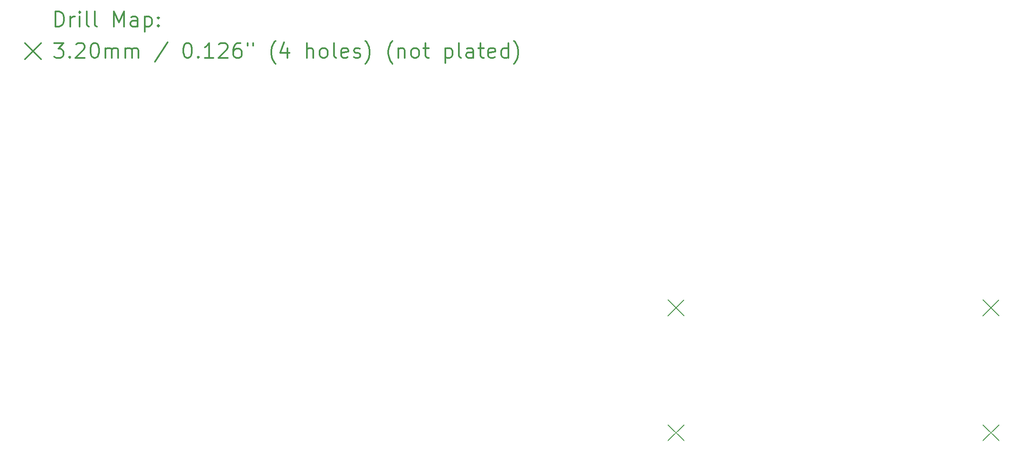
<source format=gbr>
%FSLAX45Y45*%
G04 Gerber Fmt 4.5, Leading zero omitted, Abs format (unit mm)*
G04 Created by KiCad (PCBNEW 5.1.9) date 2021-06-11 19:55:22*
%MOMM*%
%LPD*%
G01*
G04 APERTURE LIST*
%ADD10C,0.200000*%
%ADD11C,0.300000*%
G04 APERTURE END LIST*
D10*
X12540000Y-5940000D02*
X12860000Y-6260000D01*
X12860000Y-5940000D02*
X12540000Y-6260000D01*
X12540000Y-8440000D02*
X12860000Y-8760000D01*
X12860000Y-8440000D02*
X12540000Y-8760000D01*
X18840000Y-5940000D02*
X19160000Y-6260000D01*
X19160000Y-5940000D02*
X18840000Y-6260000D01*
X18840000Y-8440000D02*
X19160000Y-8760000D01*
X19160000Y-8440000D02*
X18840000Y-8760000D01*
D11*
X286429Y-465714D02*
X286429Y-165714D01*
X357857Y-165714D01*
X400714Y-180000D01*
X429286Y-208571D01*
X443571Y-237143D01*
X457857Y-294286D01*
X457857Y-337143D01*
X443571Y-394286D01*
X429286Y-422857D01*
X400714Y-451428D01*
X357857Y-465714D01*
X286429Y-465714D01*
X586429Y-465714D02*
X586429Y-265714D01*
X586429Y-322857D02*
X600714Y-294286D01*
X615000Y-280000D01*
X643571Y-265714D01*
X672143Y-265714D01*
X772143Y-465714D02*
X772143Y-265714D01*
X772143Y-165714D02*
X757857Y-180000D01*
X772143Y-194286D01*
X786428Y-180000D01*
X772143Y-165714D01*
X772143Y-194286D01*
X957857Y-465714D02*
X929286Y-451428D01*
X915000Y-422857D01*
X915000Y-165714D01*
X1115000Y-465714D02*
X1086429Y-451428D01*
X1072143Y-422857D01*
X1072143Y-165714D01*
X1457857Y-465714D02*
X1457857Y-165714D01*
X1557857Y-380000D01*
X1657857Y-165714D01*
X1657857Y-465714D01*
X1929286Y-465714D02*
X1929286Y-308571D01*
X1915000Y-280000D01*
X1886428Y-265714D01*
X1829286Y-265714D01*
X1800714Y-280000D01*
X1929286Y-451428D02*
X1900714Y-465714D01*
X1829286Y-465714D01*
X1800714Y-451428D01*
X1786428Y-422857D01*
X1786428Y-394286D01*
X1800714Y-365714D01*
X1829286Y-351428D01*
X1900714Y-351428D01*
X1929286Y-337143D01*
X2072143Y-265714D02*
X2072143Y-565714D01*
X2072143Y-280000D02*
X2100714Y-265714D01*
X2157857Y-265714D01*
X2186429Y-280000D01*
X2200714Y-294286D01*
X2215000Y-322857D01*
X2215000Y-408571D01*
X2200714Y-437143D01*
X2186429Y-451428D01*
X2157857Y-465714D01*
X2100714Y-465714D01*
X2072143Y-451428D01*
X2343571Y-437143D02*
X2357857Y-451428D01*
X2343571Y-465714D01*
X2329286Y-451428D01*
X2343571Y-437143D01*
X2343571Y-465714D01*
X2343571Y-280000D02*
X2357857Y-294286D01*
X2343571Y-308571D01*
X2329286Y-294286D01*
X2343571Y-280000D01*
X2343571Y-308571D01*
X-320000Y-800000D02*
X0Y-1120000D01*
X0Y-800000D02*
X-320000Y-1120000D01*
X257857Y-795714D02*
X443571Y-795714D01*
X343571Y-910000D01*
X386428Y-910000D01*
X415000Y-924286D01*
X429286Y-938571D01*
X443571Y-967143D01*
X443571Y-1038571D01*
X429286Y-1067143D01*
X415000Y-1081429D01*
X386428Y-1095714D01*
X300714Y-1095714D01*
X272143Y-1081429D01*
X257857Y-1067143D01*
X572143Y-1067143D02*
X586429Y-1081429D01*
X572143Y-1095714D01*
X557857Y-1081429D01*
X572143Y-1067143D01*
X572143Y-1095714D01*
X700714Y-824286D02*
X715000Y-810000D01*
X743571Y-795714D01*
X815000Y-795714D01*
X843571Y-810000D01*
X857857Y-824286D01*
X872143Y-852857D01*
X872143Y-881428D01*
X857857Y-924286D01*
X686429Y-1095714D01*
X872143Y-1095714D01*
X1057857Y-795714D02*
X1086429Y-795714D01*
X1115000Y-810000D01*
X1129286Y-824286D01*
X1143571Y-852857D01*
X1157857Y-910000D01*
X1157857Y-981428D01*
X1143571Y-1038571D01*
X1129286Y-1067143D01*
X1115000Y-1081429D01*
X1086429Y-1095714D01*
X1057857Y-1095714D01*
X1029286Y-1081429D01*
X1015000Y-1067143D01*
X1000714Y-1038571D01*
X986428Y-981428D01*
X986428Y-910000D01*
X1000714Y-852857D01*
X1015000Y-824286D01*
X1029286Y-810000D01*
X1057857Y-795714D01*
X1286429Y-1095714D02*
X1286429Y-895714D01*
X1286429Y-924286D02*
X1300714Y-910000D01*
X1329286Y-895714D01*
X1372143Y-895714D01*
X1400714Y-910000D01*
X1415000Y-938571D01*
X1415000Y-1095714D01*
X1415000Y-938571D02*
X1429286Y-910000D01*
X1457857Y-895714D01*
X1500714Y-895714D01*
X1529286Y-910000D01*
X1543571Y-938571D01*
X1543571Y-1095714D01*
X1686428Y-1095714D02*
X1686428Y-895714D01*
X1686428Y-924286D02*
X1700714Y-910000D01*
X1729286Y-895714D01*
X1772143Y-895714D01*
X1800714Y-910000D01*
X1815000Y-938571D01*
X1815000Y-1095714D01*
X1815000Y-938571D02*
X1829286Y-910000D01*
X1857857Y-895714D01*
X1900714Y-895714D01*
X1929286Y-910000D01*
X1943571Y-938571D01*
X1943571Y-1095714D01*
X2529286Y-781428D02*
X2272143Y-1167143D01*
X2915000Y-795714D02*
X2943571Y-795714D01*
X2972143Y-810000D01*
X2986428Y-824286D01*
X3000714Y-852857D01*
X3015000Y-910000D01*
X3015000Y-981428D01*
X3000714Y-1038571D01*
X2986428Y-1067143D01*
X2972143Y-1081429D01*
X2943571Y-1095714D01*
X2915000Y-1095714D01*
X2886428Y-1081429D01*
X2872143Y-1067143D01*
X2857857Y-1038571D01*
X2843571Y-981428D01*
X2843571Y-910000D01*
X2857857Y-852857D01*
X2872143Y-824286D01*
X2886428Y-810000D01*
X2915000Y-795714D01*
X3143571Y-1067143D02*
X3157857Y-1081429D01*
X3143571Y-1095714D01*
X3129286Y-1081429D01*
X3143571Y-1067143D01*
X3143571Y-1095714D01*
X3443571Y-1095714D02*
X3272143Y-1095714D01*
X3357857Y-1095714D02*
X3357857Y-795714D01*
X3329286Y-838571D01*
X3300714Y-867143D01*
X3272143Y-881428D01*
X3557857Y-824286D02*
X3572143Y-810000D01*
X3600714Y-795714D01*
X3672143Y-795714D01*
X3700714Y-810000D01*
X3715000Y-824286D01*
X3729286Y-852857D01*
X3729286Y-881428D01*
X3715000Y-924286D01*
X3543571Y-1095714D01*
X3729286Y-1095714D01*
X3986428Y-795714D02*
X3929286Y-795714D01*
X3900714Y-810000D01*
X3886428Y-824286D01*
X3857857Y-867143D01*
X3843571Y-924286D01*
X3843571Y-1038571D01*
X3857857Y-1067143D01*
X3872143Y-1081429D01*
X3900714Y-1095714D01*
X3957857Y-1095714D01*
X3986428Y-1081429D01*
X4000714Y-1067143D01*
X4015000Y-1038571D01*
X4015000Y-967143D01*
X4000714Y-938571D01*
X3986428Y-924286D01*
X3957857Y-910000D01*
X3900714Y-910000D01*
X3872143Y-924286D01*
X3857857Y-938571D01*
X3843571Y-967143D01*
X4129286Y-795714D02*
X4129286Y-852857D01*
X4243571Y-795714D02*
X4243571Y-852857D01*
X4686429Y-1210000D02*
X4672143Y-1195714D01*
X4643571Y-1152857D01*
X4629286Y-1124286D01*
X4615000Y-1081429D01*
X4600714Y-1010000D01*
X4600714Y-952857D01*
X4615000Y-881428D01*
X4629286Y-838571D01*
X4643571Y-810000D01*
X4672143Y-767143D01*
X4686429Y-752857D01*
X4929286Y-895714D02*
X4929286Y-1095714D01*
X4857857Y-781428D02*
X4786429Y-995714D01*
X4972143Y-995714D01*
X5315000Y-1095714D02*
X5315000Y-795714D01*
X5443571Y-1095714D02*
X5443571Y-938571D01*
X5429286Y-910000D01*
X5400714Y-895714D01*
X5357857Y-895714D01*
X5329286Y-910000D01*
X5315000Y-924286D01*
X5629286Y-1095714D02*
X5600714Y-1081429D01*
X5586429Y-1067143D01*
X5572143Y-1038571D01*
X5572143Y-952857D01*
X5586429Y-924286D01*
X5600714Y-910000D01*
X5629286Y-895714D01*
X5672143Y-895714D01*
X5700714Y-910000D01*
X5715000Y-924286D01*
X5729286Y-952857D01*
X5729286Y-1038571D01*
X5715000Y-1067143D01*
X5700714Y-1081429D01*
X5672143Y-1095714D01*
X5629286Y-1095714D01*
X5900714Y-1095714D02*
X5872143Y-1081429D01*
X5857857Y-1052857D01*
X5857857Y-795714D01*
X6129286Y-1081429D02*
X6100714Y-1095714D01*
X6043571Y-1095714D01*
X6015000Y-1081429D01*
X6000714Y-1052857D01*
X6000714Y-938571D01*
X6015000Y-910000D01*
X6043571Y-895714D01*
X6100714Y-895714D01*
X6129286Y-910000D01*
X6143571Y-938571D01*
X6143571Y-967143D01*
X6000714Y-995714D01*
X6257857Y-1081429D02*
X6286428Y-1095714D01*
X6343571Y-1095714D01*
X6372143Y-1081429D01*
X6386428Y-1052857D01*
X6386428Y-1038571D01*
X6372143Y-1010000D01*
X6343571Y-995714D01*
X6300714Y-995714D01*
X6272143Y-981428D01*
X6257857Y-952857D01*
X6257857Y-938571D01*
X6272143Y-910000D01*
X6300714Y-895714D01*
X6343571Y-895714D01*
X6372143Y-910000D01*
X6486428Y-1210000D02*
X6500714Y-1195714D01*
X6529286Y-1152857D01*
X6543571Y-1124286D01*
X6557857Y-1081429D01*
X6572143Y-1010000D01*
X6572143Y-952857D01*
X6557857Y-881428D01*
X6543571Y-838571D01*
X6529286Y-810000D01*
X6500714Y-767143D01*
X6486428Y-752857D01*
X7029286Y-1210000D02*
X7015000Y-1195714D01*
X6986428Y-1152857D01*
X6972143Y-1124286D01*
X6957857Y-1081429D01*
X6943571Y-1010000D01*
X6943571Y-952857D01*
X6957857Y-881428D01*
X6972143Y-838571D01*
X6986428Y-810000D01*
X7015000Y-767143D01*
X7029286Y-752857D01*
X7143571Y-895714D02*
X7143571Y-1095714D01*
X7143571Y-924286D02*
X7157857Y-910000D01*
X7186428Y-895714D01*
X7229286Y-895714D01*
X7257857Y-910000D01*
X7272143Y-938571D01*
X7272143Y-1095714D01*
X7457857Y-1095714D02*
X7429286Y-1081429D01*
X7415000Y-1067143D01*
X7400714Y-1038571D01*
X7400714Y-952857D01*
X7415000Y-924286D01*
X7429286Y-910000D01*
X7457857Y-895714D01*
X7500714Y-895714D01*
X7529286Y-910000D01*
X7543571Y-924286D01*
X7557857Y-952857D01*
X7557857Y-1038571D01*
X7543571Y-1067143D01*
X7529286Y-1081429D01*
X7500714Y-1095714D01*
X7457857Y-1095714D01*
X7643571Y-895714D02*
X7757857Y-895714D01*
X7686428Y-795714D02*
X7686428Y-1052857D01*
X7700714Y-1081429D01*
X7729286Y-1095714D01*
X7757857Y-1095714D01*
X8086428Y-895714D02*
X8086428Y-1195714D01*
X8086428Y-910000D02*
X8115000Y-895714D01*
X8172143Y-895714D01*
X8200714Y-910000D01*
X8215000Y-924286D01*
X8229286Y-952857D01*
X8229286Y-1038571D01*
X8215000Y-1067143D01*
X8200714Y-1081429D01*
X8172143Y-1095714D01*
X8115000Y-1095714D01*
X8086428Y-1081429D01*
X8400714Y-1095714D02*
X8372143Y-1081429D01*
X8357857Y-1052857D01*
X8357857Y-795714D01*
X8643571Y-1095714D02*
X8643571Y-938571D01*
X8629286Y-910000D01*
X8600714Y-895714D01*
X8543571Y-895714D01*
X8515000Y-910000D01*
X8643571Y-1081429D02*
X8615000Y-1095714D01*
X8543571Y-1095714D01*
X8515000Y-1081429D01*
X8500714Y-1052857D01*
X8500714Y-1024286D01*
X8515000Y-995714D01*
X8543571Y-981428D01*
X8615000Y-981428D01*
X8643571Y-967143D01*
X8743571Y-895714D02*
X8857857Y-895714D01*
X8786429Y-795714D02*
X8786429Y-1052857D01*
X8800714Y-1081429D01*
X8829286Y-1095714D01*
X8857857Y-1095714D01*
X9072143Y-1081429D02*
X9043571Y-1095714D01*
X8986429Y-1095714D01*
X8957857Y-1081429D01*
X8943571Y-1052857D01*
X8943571Y-938571D01*
X8957857Y-910000D01*
X8986429Y-895714D01*
X9043571Y-895714D01*
X9072143Y-910000D01*
X9086429Y-938571D01*
X9086429Y-967143D01*
X8943571Y-995714D01*
X9343571Y-1095714D02*
X9343571Y-795714D01*
X9343571Y-1081429D02*
X9315000Y-1095714D01*
X9257857Y-1095714D01*
X9229286Y-1081429D01*
X9215000Y-1067143D01*
X9200714Y-1038571D01*
X9200714Y-952857D01*
X9215000Y-924286D01*
X9229286Y-910000D01*
X9257857Y-895714D01*
X9315000Y-895714D01*
X9343571Y-910000D01*
X9457857Y-1210000D02*
X9472143Y-1195714D01*
X9500714Y-1152857D01*
X9515000Y-1124286D01*
X9529286Y-1081429D01*
X9543571Y-1010000D01*
X9543571Y-952857D01*
X9529286Y-881428D01*
X9515000Y-838571D01*
X9500714Y-810000D01*
X9472143Y-767143D01*
X9457857Y-752857D01*
M02*

</source>
